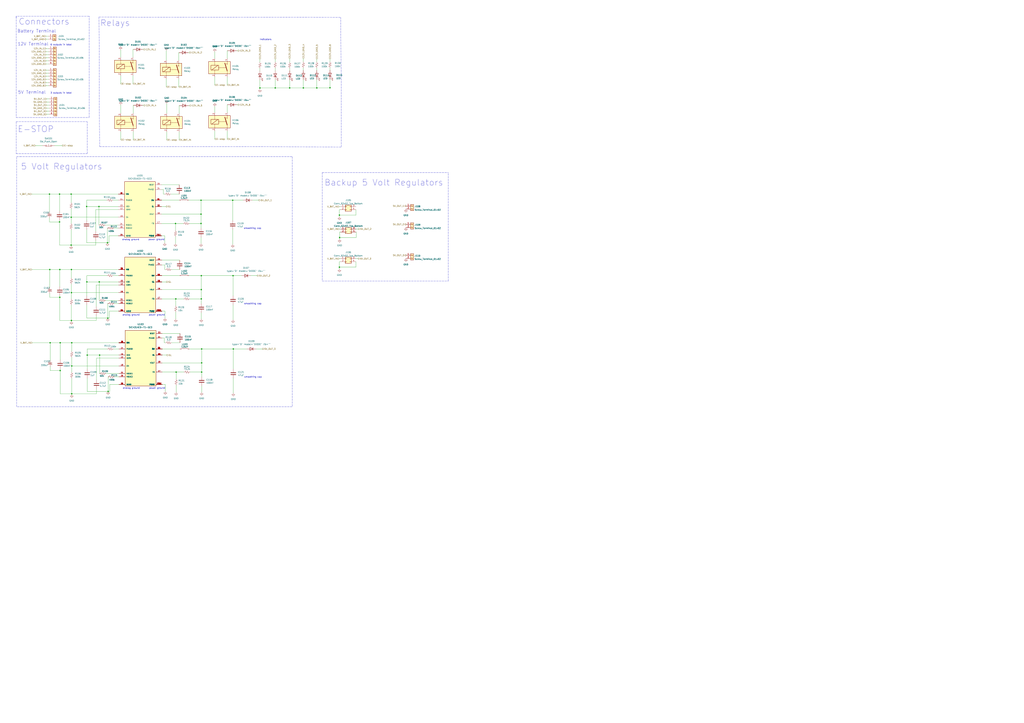
<source format=kicad_sch>
(kicad_sch (version 20211123) (generator eeschema)
  (paper "A1")
  (junction (at 48.895 159.512))
  (junction (at 278.765 176.784))
  (junction (at 144.145 183.642))
  (junction (at 191.135 164.592))
  (junction (at 278.765 219.583))
  (junction (at 58.42 201.422))
  (junction (at 49.149 221.488))
  (junction (at 49.149 244.348))
  (junction (at 58.42 159.512))
  (junction (at 165.608 305.816))
  (junction (at 41.148 281.686))
  (junction (at 165.354 245.618))
  (junction (at 58.42 178.562))
  (junction (at 213.487 72.263))
  (junction (at 81.28 169.672))
  (junction (at 165.354 237.998))
  (junction (at 40.894 221.488))
  (junction (at 144.399 245.618))
  (junction (at 165.1 183.642))
  (junction (at 88.519 261.493))
  (junction (at 249.174 72.263))
  (junction (at 226.06 72.263))
  (junction (at 88.773 321.691))
  (junction (at 260.223 72.263))
  (junction (at 165.608 298.196))
  (junction (at 71.12 169.672))
  (junction (at 144.653 305.816))
  (junction (at 88.265 199.517))
  (junction (at 165.1 164.592))
  (junction (at 49.403 304.546))
  (junction (at 81.534 231.648))
  (junction (at 278.892 195.199))
  (junction (at 58.928 323.596))
  (junction (at 81.788 291.846))
  (junction (at 191.643 286.766))
  (junction (at 165.354 226.568))
  (junction (at 49.403 281.686))
  (junction (at 58.928 300.736))
  (junction (at 191.389 226.568))
  (junction (at 58.674 240.538))
  (junction (at 58.674 221.488))
  (junction (at 271.018 72.136))
  (junction (at 165.1 176.022))
  (junction (at 237.871 72.263))
  (junction (at 48.895 182.372))
  (junction (at 71.374 231.648))
  (junction (at 40.64 159.512))
  (junction (at 58.674 263.398))
  (junction (at 58.928 281.686))
  (junction (at 71.628 291.846))
  (junction (at 165.608 286.766))
  (polyline (pts (xy 13.208 96.52) (xy 73.152 96.52)))
  (wire (pts (xy 278.765 219.583) (xy 278.765 220.98)))
  (wire (pts (xy 292.354 172.339) (xy 292.354 176.784)))
  (wire (pts (xy 213.487 72.263) (xy 213.487 73.152)))
  (wire (pts (xy 37.846 44.958) (xy 39.878 44.958)))
  (wire (pts (xy 48.895 201.422) (xy 58.42 201.422)))
  (wire (pts (xy 271.018 72.263) (xy 271.018 72.136)))
  (wire (pts (xy 135.255 159.512) (xy 134.239 159.512)))
  (wire (pts (xy 37.846 62.738) (xy 39.878 62.738)))
  (wire (pts (xy 48.895 182.372) (xy 48.895 181.102)))
  (wire (pts (xy 71.374 226.568) (xy 87.884 226.568)))
  (wire (pts (xy 249.174 65.405) (xy 249.174 72.263)))
  (wire (pts (xy 140.335 159.512) (xy 147.32 159.512)))
  (wire (pts (xy 155.575 183.642) (xy 165.1 183.642)))
  (wire (pts (xy 132.715 169.672) (xy 136.525 169.672)))
  (wire (pts (xy 165.354 226.568) (xy 165.354 237.998)))
  (polyline (pts (xy 13.208 13.716) (xy 13.208 96.52)))
  (wire (pts (xy 93.853 309.626) (xy 97.663 309.626)))
  (wire (pts (xy 93.599 249.428) (xy 97.409 249.428)))
  (wire (pts (xy 58.42 171.577) (xy 58.42 178.562)))
  (wire (pts (xy 26.543 281.686) (xy 41.148 281.686)))
  (wire (pts (xy 133.223 274.066) (xy 147.828 274.066)))
  (wire (pts (xy 79.248 323.596) (xy 58.928 323.596)))
  (wire (pts (xy 78.994 263.398) (xy 58.674 263.398)))
  (wire (pts (xy 191.389 226.568) (xy 191.389 243.078)))
  (wire (pts (xy 165.354 257.048) (xy 165.354 262.128)))
  (wire (pts (xy 191.389 250.698) (xy 191.389 262.763)))
  (wire (pts (xy 136.906 85.09) (xy 136.906 93.091)))
  (wire (pts (xy 41.148 301.371) (xy 41.148 304.546)))
  (wire (pts (xy 278.765 215.138) (xy 278.765 219.583)))
  (wire (pts (xy 89.789 255.778) (xy 89.789 261.493)))
  (wire (pts (xy 154.686 43.18) (xy 155.702 43.18)))
  (wire (pts (xy 191.135 188.722) (xy 191.135 200.787)))
  (wire (pts (xy 81.28 169.672) (xy 97.155 169.672)))
  (wire (pts (xy 146.812 64.77) (xy 146.812 71.374)))
  (wire (pts (xy 89.535 193.802) (xy 89.535 199.517)))
  (wire (pts (xy 49.149 221.488) (xy 49.149 235.458)))
  (wire (pts (xy 154.94 164.592) (xy 165.1 164.592)))
  (wire (pts (xy 278.765 176.784) (xy 292.354 176.784)))
  (wire (pts (xy 260.223 65.405) (xy 260.223 72.263)))
  (wire (pts (xy 165.608 298.196) (xy 133.223 298.196)))
  (wire (pts (xy 88.773 309.626) (xy 88.773 321.691)))
  (wire (pts (xy 135.255 193.802) (xy 135.255 199.517)))
  (polyline (pts (xy 264.668 231.013) (xy 368.173 231.013)))
  (wire (pts (xy 37.846 65.278) (xy 39.878 65.278)))
  (wire (pts (xy 176.403 42.672) (xy 176.403 48.006)))
  (wire (pts (xy 88.265 199.517) (xy 89.535 199.517)))
  (wire (pts (xy 97.663 315.976) (xy 90.043 315.976)))
  (wire (pts (xy 58.674 263.398) (xy 58.674 264.033)))
  (wire (pts (xy 71.12 169.672) (xy 81.28 169.672)))
  (wire (pts (xy 186.563 41.656) (xy 186.817 41.656)))
  (wire (pts (xy 249.174 55.88) (xy 249.174 57.785)))
  (wire (pts (xy 41.148 281.686) (xy 49.403 281.686)))
  (wire (pts (xy 37.846 67.818) (xy 39.878 67.818)))
  (wire (pts (xy 191.643 286.766) (xy 191.643 303.276)))
  (wire (pts (xy 210.312 286.766) (xy 215.646 286.766)))
  (polyline (pts (xy 73.152 13.208) (xy 13.208 13.208)))
  (wire (pts (xy 133.223 305.816) (xy 144.653 305.816)))
  (wire (pts (xy 48.895 159.512) (xy 58.42 159.512)))
  (wire (pts (xy 249.174 48.26) (xy 249.174 50.8)))
  (wire (pts (xy 58.928 281.686) (xy 97.663 281.686)))
  (wire (pts (xy 165.608 286.766) (xy 165.608 298.196)))
  (wire (pts (xy 99.187 108.204) (xy 99.187 114.808)))
  (wire (pts (xy 49.149 221.488) (xy 58.674 221.488)))
  (wire (pts (xy 165.1 176.022) (xy 132.715 176.022)))
  (wire (pts (xy 49.403 304.546) (xy 49.403 303.276)))
  (wire (pts (xy 86.614 246.888) (xy 97.409 246.888)))
  (wire (pts (xy 99.06 62.23) (xy 99.06 68.834)))
  (wire (pts (xy 165.354 245.618) (xy 165.354 237.998)))
  (wire (pts (xy 132.969 217.678) (xy 135.382 217.678)))
  (wire (pts (xy 71.628 310.896) (xy 71.628 321.691)))
  (wire (pts (xy 79.248 319.786) (xy 79.248 323.596)))
  (wire (pts (xy 58.674 240.538) (xy 58.674 245.618)))
  (wire (pts (xy 79.248 312.166) (xy 79.248 294.386)))
  (wire (pts (xy 109.22 40.64) (xy 109.601 40.64)))
  (wire (pts (xy 191.643 286.766) (xy 202.692 286.766)))
  (wire (pts (xy 58.674 221.488) (xy 58.674 228.473)))
  (wire (pts (xy 132.969 245.618) (xy 144.399 245.618)))
  (wire (pts (xy 237.871 48.26) (xy 237.871 51.054)))
  (wire (pts (xy 71.374 231.648) (xy 81.534 231.648)))
  (wire (pts (xy 78.74 201.422) (xy 58.42 201.422)))
  (wire (pts (xy 71.12 188.722) (xy 71.12 199.517)))
  (wire (pts (xy 132.969 226.568) (xy 147.574 226.568)))
  (wire (pts (xy 165.1 195.072) (xy 165.1 200.152)))
  (wire (pts (xy 155.829 245.618) (xy 165.354 245.618)))
  (polyline (pts (xy 13.589 128.778) (xy 16.637 128.778)))
  (wire (pts (xy 278.765 176.784) (xy 278.765 178.181)))
  (wire (pts (xy 71.12 164.592) (xy 87.63 164.592)))
  (wire (pts (xy 165.608 317.246) (xy 165.608 322.326)))
  (wire (pts (xy 78.74 172.212) (xy 97.155 172.212)))
  (wire (pts (xy 40.894 221.488) (xy 49.149 221.488)))
  (wire (pts (xy 132.969 213.868) (xy 147.574 213.868)))
  (wire (pts (xy 205.994 226.568) (xy 211.328 226.568)))
  (wire (pts (xy 135.763 315.976) (xy 135.763 321.691)))
  (polyline (pts (xy 81.788 120.396) (xy 280.416 120.777)))
  (wire (pts (xy 44.958 119.634) (xy 51.308 119.634)))
  (polyline (pts (xy 280.416 120.777) (xy 279.908 14.351)))
  (wire (pts (xy 147.066 93.091) (xy 147.066 86.741)))
  (wire (pts (xy 194.437 41.656) (xy 195.453 41.656)))
  (wire (pts (xy 29.21 119.634) (xy 34.798 119.634)))
  (wire (pts (xy 58.928 281.686) (xy 58.928 288.671)))
  (wire (pts (xy 249.174 72.263) (xy 237.871 72.263)))
  (polyline (pts (xy 81.28 13.97) (xy 279.908 14.351)))
  (wire (pts (xy 165.354 245.618) (xy 165.354 249.428)))
  (wire (pts (xy 226.06 48.641) (xy 226.06 50.927)))
  (wire (pts (xy 144.399 256.413) (xy 144.399 262.128)))
  (wire (pts (xy 40.894 221.488) (xy 40.894 236.093)))
  (wire (pts (xy 86.36 184.912) (xy 97.155 184.912)))
  (polyline (pts (xy 16.383 128.778) (xy 239.903 128.778)))
  (wire (pts (xy 78.994 251.968) (xy 78.994 234.188)))
  (wire (pts (xy 207.264 164.592) (xy 212.598 164.592)))
  (wire (pts (xy 92.964 226.568) (xy 97.409 226.568)))
  (wire (pts (xy 191.389 226.568) (xy 198.374 226.568)))
  (wire (pts (xy 155.448 286.766) (xy 165.608 286.766)))
  (wire (pts (xy 134.239 159.512) (xy 134.239 155.702)))
  (wire (pts (xy 97.409 255.778) (xy 89.789 255.778)))
  (wire (pts (xy 278.892 195.199) (xy 292.481 195.199)))
  (wire (pts (xy 144.399 245.618) (xy 144.399 251.333)))
  (wire (pts (xy 155.194 226.568) (xy 165.354 226.568)))
  (wire (pts (xy 71.12 181.102) (xy 71.12 169.672)))
  (wire (pts (xy 279.654 172.339) (xy 278.765 172.339)))
  (wire (pts (xy 165.1 164.592) (xy 165.1 176.022)))
  (wire (pts (xy 78.994 259.588) (xy 78.994 263.398)))
  (wire (pts (xy 40.64 179.197) (xy 40.64 182.372)))
  (wire (pts (xy 81.28 184.912) (xy 81.28 169.672)))
  (wire (pts (xy 135.001 277.876) (xy 133.223 277.876)))
  (wire (pts (xy 58.928 310.896) (xy 58.928 323.596)))
  (wire (pts (xy 136.906 108.331) (xy 136.906 114.935)))
  (wire (pts (xy 38.354 88.9) (xy 40.386 88.9)))
  (wire (pts (xy 26.035 159.512) (xy 40.64 159.512)))
  (wire (pts (xy 213.487 72.263) (xy 226.06 72.263)))
  (wire (pts (xy 48.895 159.512) (xy 48.895 173.482)))
  (wire (pts (xy 58.928 323.596) (xy 58.928 324.231)))
  (wire (pts (xy 78.994 234.188) (xy 97.409 234.188)))
  (wire (pts (xy 226.06 56.007) (xy 226.06 57.912)))
  (wire (pts (xy 194.437 86.106) (xy 195.453 86.106)))
  (wire (pts (xy 147.066 108.331) (xy 147.066 114.935)))
  (wire (pts (xy 40.64 159.512) (xy 40.64 174.117)))
  (wire (pts (xy 37.846 47.498) (xy 39.878 47.498)))
  (wire (pts (xy 58.928 300.736) (xy 97.663 300.736)))
  (wire (pts (xy 71.628 321.691) (xy 88.773 321.691)))
  (wire (pts (xy 71.374 243.078) (xy 71.374 231.648)))
  (wire (pts (xy 71.374 261.493) (xy 88.519 261.493)))
  (wire (pts (xy 165.608 305.816) (xy 165.608 309.626)))
  (wire (pts (xy 176.403 107.696) (xy 176.403 114.3)))
  (polyline (pts (xy 13.208 126.238) (xy 71.628 126.238)))
  (wire (pts (xy 135.509 255.778) (xy 135.509 261.493)))
  (wire (pts (xy 58.928 300.736) (xy 58.928 305.816)))
  (wire (pts (xy 117.221 40.64) (xy 118.11 40.64)))
  (wire (pts (xy 226.06 72.263) (xy 226.06 65.532)))
  (wire (pts (xy 271.018 55.753) (xy 271.018 57.658)))
  (wire (pts (xy 292.354 212.598) (xy 294.259 212.598)))
  (wire (pts (xy 165.354 237.998) (xy 132.969 237.998)))
  (wire (pts (xy 71.12 199.517) (xy 88.265 199.517)))
  (wire (pts (xy 144.653 305.816) (xy 144.653 311.531)))
  (wire (pts (xy 93.345 187.452) (xy 97.155 187.452)))
  (polyline (pts (xy 13.208 100.076) (xy 71.628 100.076)))
  (wire (pts (xy 93.218 286.766) (xy 97.663 286.766)))
  (wire (pts (xy 86.868 307.086) (xy 97.663 307.086)))
  (wire (pts (xy 136.652 41.529) (xy 136.652 49.53)))
  (wire (pts (xy 40.894 244.348) (xy 49.149 244.348)))
  (wire (pts (xy 186.563 92.456) (xy 186.563 86.106)))
  (wire (pts (xy 144.145 183.642) (xy 144.145 189.357)))
  (wire (pts (xy 58.928 293.751) (xy 58.928 300.736)))
  (wire (pts (xy 144.653 305.816) (xy 151.003 305.816)))
  (wire (pts (xy 26.289 221.488) (xy 40.894 221.488)))
  (wire (pts (xy 191.135 164.592) (xy 199.644 164.592)))
  (wire (pts (xy 38.354 86.36) (xy 40.386 86.36)))
  (wire (pts (xy 136.652 64.77) (xy 136.652 71.374)))
  (polyline (pts (xy 264.668 141.732) (xy 368.173 141.732)))
  (wire (pts (xy 132.715 193.802) (xy 135.255 193.802)))
  (wire (pts (xy 37.719 32.258) (xy 39.624 32.258)))
  (wire (pts (xy 292.481 188.214) (xy 294.386 188.214)))
  (wire (pts (xy 49.403 281.686) (xy 58.928 281.686)))
  (wire (pts (xy 147.066 86.741) (xy 147.32 86.741)))
  (wire (pts (xy 135.001 281.686) (xy 135.001 277.876)))
  (wire (pts (xy 49.149 244.348) (xy 49.149 243.078)))
  (polyline (pts (xy 13.208 13.208) (xy 13.208 14.732)))
  (wire (pts (xy 135.89 281.686) (xy 135.001 281.686)))
  (wire (pts (xy 71.628 303.276) (xy 71.628 291.846)))
  (wire (pts (xy 186.563 63.246) (xy 186.563 69.85)))
  (wire (pts (xy 58.42 188.722) (xy 58.42 201.422)))
  (wire (pts (xy 132.715 155.702) (xy 134.239 155.702)))
  (wire (pts (xy 109.347 86.614) (xy 109.601 86.614)))
  (wire (pts (xy 37.846 52.578) (xy 39.878 52.578)))
  (wire (pts (xy 37.846 60.198) (xy 39.878 60.198)))
  (wire (pts (xy 156.083 305.816) (xy 165.608 305.816)))
  (wire (pts (xy 117.221 86.614) (xy 118.237 86.614)))
  (wire (pts (xy 186.563 107.696) (xy 186.563 114.3)))
  (wire (pts (xy 165.1 183.642) (xy 165.1 176.022)))
  (wire (pts (xy 292.481 190.754) (xy 292.481 195.199)))
  (wire (pts (xy 41.148 304.546) (xy 49.403 304.546)))
  (wire (pts (xy 133.223 315.976) (xy 135.763 315.976)))
  (wire (pts (xy 78.74 189.992) (xy 78.74 172.212)))
  (wire (pts (xy 49.403 281.686) (xy 49.403 295.656)))
  (wire (pts (xy 146.812 49.53) (xy 146.812 43.18)))
  (wire (pts (xy 58.42 159.512) (xy 97.155 159.512)))
  (wire (pts (xy 81.788 291.846) (xy 97.663 291.846)))
  (wire (pts (xy 191.643 310.896) (xy 191.643 322.961)))
  (wire (pts (xy 71.374 250.698) (xy 71.374 261.493)))
  (wire (pts (xy 144.653 316.611) (xy 144.653 322.326)))
  (wire (pts (xy 260.223 72.263) (xy 271.018 72.263)))
  (wire (pts (xy 278.765 172.339) (xy 278.765 176.784)))
  (wire (pts (xy 58.42 178.562) (xy 58.42 183.642)))
  (wire (pts (xy 213.487 56.134) (xy 213.487 58.039)))
  (wire (pts (xy 109.22 46.99) (xy 109.22 40.64)))
  (wire (pts (xy 71.12 169.672) (xy 71.12 164.592)))
  (wire (pts (xy 144.399 245.618) (xy 150.749 245.618)))
  (wire (pts (xy 37.846 42.418) (xy 39.878 42.418)))
  (wire (pts (xy 186.563 48.006) (xy 186.563 41.656)))
  (wire (pts (xy 135.382 221.488) (xy 135.89 221.488)))
  (wire (pts (xy 135.382 217.678) (xy 135.382 221.488)))
  (wire (pts (xy 260.223 48.641) (xy 260.223 50.8)))
  (polyline (pts (xy 71.628 126.238) (xy 71.628 100.076)))
  (wire (pts (xy 176.403 87.503) (xy 176.403 92.456)))
  (wire (pts (xy 278.892 190.754) (xy 278.892 195.199)))
  (wire (pts (xy 140.97 281.686) (xy 147.828 281.686)))
  (wire (pts (xy 48.895 182.372) (xy 48.895 201.422)))
  (wire (pts (xy 58.42 178.562) (xy 97.155 178.562)))
  (wire (pts (xy 132.715 164.592) (xy 147.32 164.592)))
  (wire (pts (xy 58.674 221.488) (xy 97.409 221.488)))
  (wire (pts (xy 49.403 304.546) (xy 49.403 323.596)))
  (wire (pts (xy 146.812 43.18) (xy 147.066 43.18)))
  (wire (pts (xy 154.94 86.741) (xy 155.956 86.741)))
  (wire (pts (xy 271.018 65.278) (xy 271.018 72.136)))
  (wire (pts (xy 37.846 57.658) (xy 39.878 57.658)))
  (wire (pts (xy 90.043 315.976) (xy 90.043 321.691)))
  (wire (pts (xy 49.149 263.398) (xy 58.674 263.398)))
  (wire (pts (xy 40.64 182.372) (xy 48.895 182.372)))
  (wire (pts (xy 191.135 164.592) (xy 191.135 181.102)))
  (wire (pts (xy 99.187 86.233) (xy 99.187 92.964)))
  (wire (pts (xy 165.608 286.766) (xy 191.643 286.766)))
  (wire (pts (xy 109.22 62.23) (xy 109.22 68.834)))
  (polyline (pts (xy 13.589 334.264) (xy 13.589 128.778)))
  (wire (pts (xy 38.354 93.98) (xy 40.386 93.98)))
  (polyline (pts (xy 368.173 231.013) (xy 368.173 141.732)))
  (wire (pts (xy 88.265 187.452) (xy 88.265 199.517)))
  (wire (pts (xy 71.628 291.846) (xy 81.788 291.846)))
  (wire (pts (xy 40.64 159.512) (xy 48.895 159.512)))
  (wire (pts (xy 97.155 193.802) (xy 89.535 193.802)))
  (wire (pts (xy 271.018 48.514) (xy 271.018 50.673)))
  (wire (pts (xy 37.846 70.358) (xy 39.878 70.358)))
  (wire (pts (xy 81.534 246.888) (xy 81.534 231.648)))
  (wire (pts (xy 165.1 164.592) (xy 191.135 164.592)))
  (wire (pts (xy 133.223 291.846) (xy 137.033 291.846)))
  (wire (pts (xy 132.969 255.778) (xy 135.509 255.778)))
  (wire (pts (xy 88.519 249.428) (xy 88.519 261.493)))
  (wire (pts (xy 58.674 233.553) (xy 58.674 240.538)))
  (wire (pts (xy 81.788 307.086) (xy 81.788 291.846)))
  (wire (pts (xy 40.894 241.173) (xy 40.894 244.348)))
  (wire (pts (xy 237.871 56.134) (xy 237.871 58.039)))
  (wire (pts (xy 144.145 194.437) (xy 144.145 200.152)))
  (wire (pts (xy 237.871 65.659) (xy 237.871 72.263)))
  (wire (pts (xy 292.354 215.138) (xy 292.354 219.583)))
  (wire (pts (xy 132.715 183.642) (xy 144.145 183.642)))
  (wire (pts (xy 71.374 231.648) (xy 71.374 226.568)))
  (wire (pts (xy 176.403 63.246) (xy 176.403 69.85)))
  (wire (pts (xy 278.765 219.583) (xy 292.354 219.583)))
  (polyline (pts (xy 264.668 141.732) (xy 264.668 231.013)))
  (wire (pts (xy 140.97 221.488) (xy 147.574 221.488)))
  (wire (pts (xy 278.765 188.214) (xy 279.781 188.214)))
  (wire (pts (xy 165.1 183.642) (xy 165.1 187.452)))
  (wire (pts (xy 133.223 286.766) (xy 147.828 286.766)))
  (wire (pts (xy 213.487 65.659) (xy 213.487 72.263)))
  (wire (pts (xy 278.638 212.598) (xy 279.654 212.598)))
  (wire (pts (xy 38.354 91.44) (xy 40.386 91.44)))
  (wire (pts (xy 237.871 72.263) (xy 226.06 72.263)))
  (wire (pts (xy 71.628 286.766) (xy 88.138 286.766)))
  (wire (pts (xy 279.654 215.138) (xy 278.765 215.138)))
  (wire (pts (xy 58.674 250.698) (xy 58.674 263.398)))
  (wire (pts (xy 88.773 321.691) (xy 90.043 321.691)))
  (wire (pts (xy 49.149 244.348) (xy 49.149 263.398)))
  (wire (pts (xy 144.145 183.642) (xy 150.495 183.642)))
  (polyline (pts (xy 239.903 334.264) (xy 13.589 334.264)))
  (wire (pts (xy 92.71 164.592) (xy 97.155 164.592)))
  (wire (pts (xy 79.248 294.386) (xy 97.663 294.386)))
  (wire (pts (xy 41.148 281.686) (xy 41.148 296.291)))
  (wire (pts (xy 186.563 86.106) (xy 186.817 86.106)))
  (wire (pts (xy 278.638 169.799) (xy 279.654 169.799)))
  (wire (pts (xy 38.354 83.82) (xy 40.386 83.82)))
  (wire (pts (xy 165.354 226.568) (xy 191.389 226.568)))
  (wire (pts (xy 88.519 261.493) (xy 89.789 261.493)))
  (polyline (pts (xy 239.903 128.778) (xy 239.903 334.264)))
  (wire (pts (xy 38.354 81.28) (xy 40.386 81.28)))
  (wire (pts (xy 260.223 72.263) (xy 249.174 72.263)))
  (wire (pts (xy 37.846 50.038) (xy 39.878 50.038)))
  (wire (pts (xy 49.403 323.596) (xy 58.928 323.596)))
  (polyline (pts (xy 13.208 100.076) (xy 13.208 126.238)))
  (wire (pts (xy 99.06 41.021) (xy 99.06 46.99)))
  (wire (pts (xy 109.347 108.204) (xy 109.347 114.808)))
  (polyline (pts (xy 81.28 13.97) (xy 81.788 120.396)))
  (wire (pts (xy 37.719 29.718) (xy 39.624 29.718)))
  (wire (pts (xy 71.628 291.846) (xy 71.628 286.766)))
  (wire (pts (xy 132.969 231.648) (xy 136.779 231.648)))
  (wire (pts (xy 81.534 231.648) (xy 97.409 231.648)))
  (polyline (pts (xy 73.152 96.52) (xy 73.152 13.208)))
  (wire (pts (xy 165.608 305.816) (xy 165.608 298.196)))
  (wire (pts (xy 109.347 92.964) (xy 109.347 86.614)))
  (wire (pts (xy 279.781 190.754) (xy 278.892 190.754)))
  (wire (pts (xy 78.74 197.612) (xy 78.74 201.422)))
  (wire (pts (xy 58.42 159.512) (xy 58.42 166.497)))
  (wire (pts (xy 260.223 55.88) (xy 260.223 57.785)))
  (wire (pts (xy 278.892 195.199) (xy 278.892 196.596)))
  (wire (pts (xy 58.42 201.422) (xy 58.42 202.057)))
  (wire (pts (xy 213.487 51.054) (xy 213.487 48.641)))
  (wire (pts (xy 58.674 240.538) (xy 97.409 240.538)))
  (wire (pts (xy 132.715 151.892) (xy 147.32 151.892)))
  (wire (pts (xy 37.846 39.878) (xy 39.878 39.878)))
  (text "power ground" (at 122.174 259.588 0) (effects (font (size 1.27 1.27)) (justify left bottom)))
  (text "smoothing cap" (at 200.66 310.642 0) (effects (font (size 1.27 1.27)) (justify left bottom)))
  (text "5 Volt Regulators" (at 17.145 139.954 0) (effects (font (size 5 5)) (justify left bottom)))
  (text "3 outputs in total" (at 41.402 77.216 0) (effects (font (size 1.27 1.27)) (justify left bottom)))
  (text "Battery Terminal\n" (at 14.224 27.178 0) (effects (font (size 2.54 2.54)) (justify left bottom)))
  (text "smoothing cap" (at 200.406 250.444 0) (effects (font (size 1.27 1.27)) (justify left bottom)))
  (text "power ground" (at 122.428 319.786 0) (effects (font (size 1.27 1.27)) (justify left bottom)))
  (text "5V Terminal" (at 14.732 77.47 0) (effects (font (size 2.54 2.54)) (justify left bottom)))
  (text "analog ground" (at 100.33 197.612 0) (effects (font (size 1.27 1.27)) (justify left bottom)))
  (text "Backup 5 Volt Regulators" (at 266.446 153.162 0) (effects (font (size 5 5)) (justify left bottom)))
  (text "E-STOP" (at 14.478 109.22 0) (effects (font (size 5 5)) (justify left bottom)))
  (text "power ground" (at 121.92 197.612 0) (effects (font (size 1.27 1.27)) (justify left bottom)))
  (text "6 outputs in total" (at 41.402 37.592 0) (effects (font (size 1.27 1.27)) (justify left bottom)))
  (text "analog ground" (at 100.838 319.786 0) (effects (font (size 1.27 1.27)) (justify left bottom)))
  (text "analog ground" (at 100.584 259.588 0) (effects (font (size 1.27 1.27)) (justify left bottom)))
  (text "Relays" (at 82.296 21.971 0) (effects (font (size 5 5)) (justify left bottom)))
  (text "Indicators" (at 213.36 33.274 0) (effects (font (size 1.27 1.27)) (justify left bottom)))
  (text "smoothing cap" (at 200.152 188.468 0) (effects (font (size 1.27 1.27)) (justify left bottom)))
  (text "12V Terminal" (at 14.478 37.846 0) (effects (font (size 2.54 2.54)) (justify left bottom)))
  (text "Connectors" (at 15.24 20.828 0) (effects (font (size 5 5)) (justify left bottom)))
  (hierarchical_label "V_BAT_IN" (shape input) (at 186.563 69.85 0))
  (hierarchical_label "12V_GND_3" (shape input) (at 37.846 52.578 180))
  (hierarchical_label "5V_OUT_1" (shape input) (at 38.354 81.28 180))
  (hierarchical_label "12V_IN_2" (shape output) (at 155.702 43.18 0))
  (hierarchical_label "V_BAT_IN" (shape input) (at 278.638 212.598 180))
  (hierarchical_label "12V_IN_4" (shape output) (at 118.237 86.614 0))
  (hierarchical_label "5V_OUT_3" (shape output) (at 333.375 209.804 180))
  (hierarchical_label "V_BAT_IN" (shape input) (at 186.563 114.3 0))
  (hierarchical_label "5V_OUT_2" (shape output) (at 333.375 184.404 180))
  (hierarchical_label "GL" (shape output) (at 136.525 169.672 0))
  (hierarchical_label "E-stop" (shape input) (at 136.906 114.935 0))
  (hierarchical_label "5V_GND_2" (shape input) (at 38.354 88.9 180))
  (hierarchical_label "12V_GND_3" (shape input) (at 237.871 48.26 90))
  (hierarchical_label "12V_IN_4" (shape input) (at 37.846 57.658 180))
  (hierarchical_label "12V_IN_3" (shape input) (at 37.846 50.038 180))
  (hierarchical_label "E-stop" (shape input) (at 176.403 69.85 0))
  (hierarchical_label "V_BAT_IN" (shape input) (at 29.21 119.634 180))
  (hierarchical_label "12V_GND_2" (shape input) (at 37.846 47.498 180))
  (hierarchical_label "5V_OUT_1" (shape output) (at 333.375 169.291 180))
  (hierarchical_label "12V_IN_1" (shape input) (at 37.846 39.878 180))
  (hierarchical_label "12V_GND_1" (shape input) (at 213.487 48.641 90))
  (hierarchical_label "12V_GND_6" (shape input) (at 271.018 48.514 90))
  (hierarchical_label "V_BAT_IN" (shape input) (at 147.066 114.935 0))
  (hierarchical_label "E-stop" (shape input) (at 176.403 114.3 0))
  (hierarchical_label "12V_IN_6" (shape output) (at 195.453 86.106 0))
  (hierarchical_label "12V_IN_3" (shape output) (at 195.453 41.656 0))
  (hierarchical_label "5V_GND_3" (shape input) (at 38.354 93.98 180))
  (hierarchical_label "V_BAT_GND" (shape output) (at 37.719 32.258 180))
  (hierarchical_label "12V_GND_5" (shape input) (at 260.223 48.641 90))
  (hierarchical_label "12V_IN_2" (shape input) (at 37.846 44.958 180))
  (hierarchical_label "V_BAT_IN" (shape input) (at 278.638 169.799 180))
  (hierarchical_label "V_BAT_IN" (shape input) (at 26.543 281.686 180))
  (hierarchical_label "5V_OUT_1" (shape output) (at 212.598 164.592 0))
  (hierarchical_label "V_BAT_IN" (shape input) (at 26.035 159.512 180))
  (hierarchical_label "12V_IN_5" (shape input) (at 37.846 62.738 180))
  (hierarchical_label "V_BAT_IN" (shape input) (at 278.765 188.214 180))
  (hierarchical_label "E-stop" (shape input) (at 99.187 114.808 0))
  (hierarchical_label "12V_IN_6" (shape input) (at 37.846 67.818 180))
  (hierarchical_label "V_BAT_IN" (shape input) (at 26.289 221.488 180))
  (hierarchical_label "5V_OUT_2" (shape output) (at 211.328 226.568 0))
  (hierarchical_label "12V_GND_1" (shape input) (at 37.846 42.418 180))
  (hierarchical_label "V_BAT_IN" (shape input) (at 37.719 29.718 180))
  (hierarchical_label "GL" (shape output) (at 137.033 291.846 0))
  (hierarchical_label "12V_IN_1" (shape output) (at 118.11 40.64 0))
  (hierarchical_label "12V_GND_4" (shape input) (at 249.174 48.26 90))
  (hierarchical_label "E-stop" (shape output) (at 51.308 119.634 0))
  (hierarchical_label "5V_OUT_3" (shape input) (at 38.354 91.44 180))
  (hierarchical_label "12V_GND_5" (shape input) (at 37.846 65.278 180))
  (hierarchical_label "5V_OUT_3" (shape output) (at 294.259 212.598 0))
  (hierarchical_label "5V_OUT_2" (shape input) (at 38.354 86.36 180))
  (hierarchical_label "V_BAT_IN" (shape input) (at 109.22 68.834 0))
  (hierarchical_label "12V_GND_6" (shape input) (at 37.846 70.358 180))
  (hierarchical_label "V_BAT_IN" (shape input) (at 146.812 71.374 0))
  (hierarchical_label "5V_OUT_2" (shape output) (at 294.386 188.214 0))
  (hierarchical_label "12V_IN_5" (shape output) (at 155.956 86.741 0))
  (hierarchical_label "E-stop" (shape input) (at 136.652 71.374 0))
  (hierarchical_label "5V_OUT_3" (shape output) (at 215.646 286.766 0))
  (hierarchical_label "E-stop" (shape input) (at 99.06 68.834 0))
  (hierarchical_label "V_BAT_IN" (shape input) (at 109.347 114.808 0))
  (hierarchical_label "5V_GND_1" (shape input) (at 38.354 83.82 180))
  (hierarchical_label "12V_GND_2" (shape input) (at 226.06 48.641 90))
  (hierarchical_label "12V_GND_4" (shape input) (at 37.846 60.198 180))
  (hierarchical_label "GL" (shape output) (at 136.779 231.648 0))
  (symbol (lib_id "Simulation_SPICE:DIODE") (at 113.411 86.614 0) (unit 1)
    (property "Reference" "D102" (at 113.411 80.264 0))
    (property "Value" "DIODE" (at 113.411 82.804 0))
    (property "Footprint" "Package_TO_SOT_SMD:TO-263-2" (effects hide))
    (property "Datasheet" "https://www.vishay.com/docs/95730/vs-19tq015s-m3.pdf" (effects hide))
    (property "Spice_Netlist_Enabled" "Y" (effects hide))
    (property "Spice_Primitive" "D" (effects hide))
  )
  (symbol (lib_id "Device:R_Small_US") (at 90.678 286.766 90) (unit 1)
    (property "Reference" "R112" (at 88.138 284.226 90))
    (property "Value" "100k" (at 93.218 284.861 90))
    (property "Footprint" "Resistor_SMD:R_0805_2012Metric" (effects hide))
  )
  (symbol (lib_id "Device:R_Small_US") (at 260.223 53.34 0) (unit 1)
    (property "Reference" "R129" (at 264.033 52.0699 0) (effects (justify left)))
    (property "Value" "100k" (at 264.033 54.6099 0) (effects (justify left)))
    (property "Footprint" "Resistor_SMD:R_0805_2012Metric_Pad1.20x1.40mm_HandSolder" (effects hide))
  )
  (symbol (lib_id "Simulation_SPICE:DIODE") (at 190.627 41.656 0) (unit 1)
    (property "Reference" "D105" (at 190.627 35.306 0))
    (property "Value" "DIODE" (at 190.627 37.846 0))
    (property "Footprint" "Package_TO_SOT_SMD:TO-263-2" (effects hide))
    (property "Datasheet" "https://www.vishay.com/docs/95730/vs-19tq015s-m3.pdf" (effects hide))
    (property "Spice_Netlist_Enabled" "Y" (effects hide))
    (property "Spice_Primitive" "D" (effects hide))
  )
  (symbol (lib_id "Connector:Screw_Terminal_01x02") (at 338.455 209.804 0) (unit 1)
    (property "Reference" "J110" (at 340.487 210.1655 0) (effects (justify left)))
    (property "Value" "Screw_Terminal_01x02" (at 340.487 212.9406 0) (effects (justify left)))
    (property "Footprint" "Connector_PinHeader_2.54mm:PinHeader_1x02_P2.54mm_Vertical" (effects hide))
  )
  (symbol (lib_id "power:GND") (at 88.265 199.517 0) (unit 1)
    (property "Reference" "#PWR0104" (effects hide))
    (property "Value" "GND" (at 88.265 204.597 0))
  )
  (symbol (lib_id "Simulation_SPICE:DIODE") (at 113.411 40.64 0) (unit 1)
    (property "Reference" "D101" (at 113.411 34.29 0))
    (property "Value" "DIODE" (at 113.411 36.83 0))
    (property "Footprint" "Package_TO_SOT_SMD:TO-263-2" (effects hide))
    (property "Datasheet" "https://www.vishay.com/docs/95730/vs-19tq015s-m3.pdf" (effects hide))
    (property "Spice_Netlist_Enabled" "Y" (effects hide))
    (property "Spice_Primitive" "D" (effects hide))
  )
  (symbol (lib_id "power:GND") (at 165.608 322.326 0) (unit 1)
    (property "Reference" "#PWR0123" (effects hide))
    (property "Value" "GND" (at 165.608 327.406 0))
  )
  (symbol (lib_id "Device:R_Small_US") (at 58.928 291.211 0) (unit 1)
    (property "Reference" "R105" (at 61.468 289.9409 0) (effects (justify left)))
    (property "Value" "562k" (at 61.468 292.4809 0) (effects (justify left)))
    (property "Footprint" "Resistor_SMD:R_0805_2012Metric" (effects hide))
  )
  (symbol (lib_id "Device:L") (at 151.638 286.766 90) (unit 1)
    (property "Reference" "L103" (at 151.638 282.956 90))
    (property "Value" "1.5uH" (at 151.638 284.861 90))
    (property "Footprint" "Inductor_SMD:L_Vishay_IHLP-5050" (effects hide))
    (property "Datasheet" "https://www.vishay.com/docs/34123/ihlp-5050fd-01.pdf" (effects hide))
  )
  (symbol (lib_id "Device:C") (at 147.32 155.702 0) (unit 1)
    (property "Reference" "C113" (at 151.13 154.4319 0) (effects (justify left)))
    (property "Value" "100nF" (at 151.13 156.9719 0) (effects (justify left)))
    (property "Footprint" "Capacitor_SMD:C_0805_2012Metric" (effects hide))
  )
  (symbol (lib_id "Device:R_Small_US") (at 91.313 309.626 90) (unit 1)
    (property "Reference" "R115" (at 93.853 308.356 90))
    (property "Value" "499k" (at 91.948 312.166 90))
    (property "Footprint" "Resistor_SMD:R_0805_2012Metric" (effects hide))
  )
  (symbol (lib_id "power:GND") (at 136.652 41.529 180) (unit 1)
    (property "Reference" "#PWR0112" (effects hide))
    (property "Value" "GND" (at 136.652 36.957 0))
  )
  (symbol (lib_id "Simulation_SPICE:DIODE") (at 151.13 86.741 0) (unit 1)
    (property "Reference" "D104" (at 151.13 80.391 0))
    (property "Value" "DIODE" (at 151.13 82.931 0))
    (property "Footprint" "Package_TO_SOT_SMD:TO-263-2" (effects hide))
    (property "Datasheet" "https://www.vishay.com/docs/95730/vs-19tq015s-m3.pdf" (effects hide))
    (property "Spice_Netlist_Enabled" "Y" (effects hide))
    (property "Spice_Primitive" "D" (effects hide))
  )
  (symbol (lib_id "Device:C") (at 165.1 191.262 0) (unit 1)
    (property "Reference" "C116" (at 168.91 189.9919 0) (effects (justify left)))
    (property "Value" "100nF" (at 168.91 192.5319 0) (effects (justify left)))
    (property "Footprint" "Capacitor_SMD:C_0805_2012Metric" (effects hide))
  )
  (symbol (lib_id "Device:R_Small_US") (at 144.145 191.897 0) (unit 1)
    (property "Reference" "R119" (at 146.05 190.6269 0) (effects (justify left)))
    (property "Value" "10k" (at 146.05 193.1669 0) (effects (justify left)))
    (property "Footprint" "Resistor_SMD:R_0805_2012Metric" (effects hide))
  )
  (symbol (lib_id "Device:R_Small_US") (at 226.06 53.467 0) (unit 1)
    (property "Reference" "R126" (at 229.87 52.1969 0) (effects (justify left)))
    (property "Value" "100k" (at 229.87 54.7369 0) (effects (justify left)))
    (property "Footprint" "Resistor_SMD:R_0805_2012Metric_Pad1.20x1.40mm_HandSolder" (effects hide))
  )
  (symbol (lib_id "Device:R_Small_US") (at 153.543 305.816 90) (unit 1)
    (property "Reference" "R124" (at 153.543 301.371 90))
    (property "Value" "73.2k" (at 153.543 303.276 90))
    (property "Footprint" "Resistor_SMD:R_0805_2012Metric" (effects hide))
  )
  (symbol (lib_id "Device:R_Small_US") (at 58.928 308.356 0) (unit 1)
    (property "Reference" "R106" (at 61.468 307.0859 0) (effects (justify left)))
    (property "Value" "309k" (at 61.468 309.6259 0) (effects (justify left)))
    (property "Footprint" "Resistor_SMD:R_0805_2012Metric" (effects hide))
  )
  (symbol (lib_id "power:GND") (at 136.906 85.09 180) (unit 1)
    (property "Reference" "#PWR0113" (effects hide))
    (property "Value" "GND" (at 136.906 80.518 0))
  )
  (symbol (lib_id "Device:R_Small_US") (at 153.035 183.642 90) (unit 1)
    (property "Reference" "R122" (at 153.035 179.197 90))
    (property "Value" "73.2k" (at 153.035 181.102 90))
    (property "Footprint" "Resistor_SMD:R_0805_2012Metric" (effects hide))
  )
  (symbol (lib_id "Device:R_Small_US") (at 58.42 169.037 0) (unit 1)
    (property "Reference" "R101" (at 60.96 167.7669 0) (effects (justify left)))
    (property "Value" "562k" (at 60.96 170.3069 0) (effects (justify left)))
    (property "Footprint" "Resistor_SMD:R_0805_2012Metric" (effects hide))
  )
  (symbol (lib_id "Device:C") (at 49.149 239.268 0) (unit 1)
    (property "Reference" "C105" (at 51.689 237.998 0) (effects (justify left)))
    (property "Value" "100nF" (at 51.689 240.538 0) (effects (justify left)))
    (property "Footprint" "Capacitor_SMD:C_0805_2012Metric" (effects hide))
  )
  (symbol (lib_id "power:GND") (at 99.06 41.021 180) (unit 1)
    (property "Reference" "#PWR0107" (effects hide))
    (property "Value" "GND" (at 99.06 36.449 0))
  )
  (symbol (lib_id "power:GND") (at 176.403 42.672 180) (unit 1)
    (property "Reference" "#PWR0120" (effects hide))
    (property "Value" "GND" (at 176.403 38.1 0))
  )
  (symbol (lib_id "Device:LED") (at 226.06 61.722 90) (unit 1)
    (property "Reference" "D111" (at 231.14 62.0394 90) (effects (justify right)))
    (property "Value" "LED" (at 231.14 64.5794 90) (effects (justify right)))
    (property "Footprint" "LED_SMD:LED_0805_2012Metric_Pad1.15x1.40mm_HandSolder" (effects hide))
  )
  (symbol (lib_id "Connector:Screw_Terminal_01x02") (at 44.704 29.718 0) (unit 1)
    (property "Reference" "J101" (at 47.879 29.7179 0) (effects (justify left)))
    (property "Value" "Screw_Terminal_01x02" (at 47.879 32.2579 0) (effects (justify left)))
    (property "Footprint" "power_board_support:TE_1986660-2" (effects hide))
    (property "Datasheet" "https://www.digikey.com/en/products/detail/te-connectivity-amp-connectors/1986660-2/4021603" (effects hide))
  )
  (symbol (lib_id "Device:R_Small_US") (at 271.018 53.213 0) (unit 1)
    (property "Reference" "R130" (at 274.828 51.9429 0) (effects (justify left)))
    (property "Value" "100k" (at 274.828 54.4829 0) (effects (justify left)))
    (property "Footprint" "Resistor_SMD:R_0805_2012Metric_Pad1.20x1.40mm_HandSolder" (effects hide))
  )
  (symbol (lib_id "Device:C") (at 165.354 253.238 0) (unit 1)
    (property "Reference" "C117" (at 169.164 251.9679 0) (effects (justify left)))
    (property "Value" "100nF" (at 169.164 254.5079 0) (effects (justify left)))
    (property "Footprint" "Capacitor_SMD:C_0805_2012Metric" (effects hide))
  )
  (symbol (lib_id "power:GND") (at 88.519 261.493 0) (unit 1)
    (property "Reference" "#PWR0105" (effects hide))
    (property "Value" "GND" (at 88.519 266.573 0))
  )
  (symbol (lib_id "power:GND") (at 278.765 220.98 0) (unit 1)
    (property "Reference" "#PWR0127" (effects hide))
    (property "Value" "GND" (at 278.765 226.06 0))
  )
  (symbol (lib_id "power:GND") (at 278.892 196.596 0) (unit 1)
    (property "Reference" "#PWR0128" (effects hide))
    (property "Value" "GND" (at 278.892 201.676 0))
  )
  (symbol (lib_id "Device:R_Small_US") (at 58.674 231.013 0) (unit 1)
    (property "Reference" "R103" (at 61.214 229.7429 0) (effects (justify left)))
    (property "Value" "562k" (at 61.214 232.2829 0) (effects (justify left)))
    (property "Footprint" "Resistor_SMD:R_0805_2012Metric" (effects hide))
  )
  (symbol (lib_id "Device:R_Small_US") (at 213.487 53.594 0) (unit 1)
    (property "Reference" "R125" (at 217.297 52.3239 0) (effects (justify left)))
    (property "Value" "100k" (at 217.297 54.8639 0) (effects (justify left)))
    (property "Footprint" "Resistor_SMD:R_0805_2012Metric_Pad1.20x1.40mm_HandSolder" (effects hide))
  )
  (symbol (lib_id "Device:C") (at 78.74 193.802 0) (unit 1)
    (property "Reference" "C110" (at 81.28 192.532 0) (effects (justify left)))
    (property "Value" "4.7uF" (at 81.28 195.072 0) (effects (justify left)))
    (property "Footprint" "Capacitor_SMD:C_0805_2012Metric" (effects hide))
  )
  (symbol (lib_id "Device:LED") (at 213.487 61.849 90) (unit 1)
    (property "Reference" "D110" (at 218.567 62.1664 90) (effects (justify right)))
    (property "Value" "LED" (at 218.567 64.7064 90) (effects (justify right)))
    (property "Footprint" "LED_SMD:LED_0805_2012Metric_Pad1.15x1.40mm_HandSolder" (effects hide))
  )
  (symbol (lib_id "Relay:DIPxx-1Axx-11x") (at 141.986 100.711 0) (unit 1)
    (property "Reference" "K104" (at 151.384 99.4409 0) (effects (justify left)))
    (property "Value" "Relay" (at 151.384 101.9809 0) (effects (justify left)))
    (property "Footprint" "power_board_support:A10 Relay" (effects hide))
  )
  (symbol (lib_id "Device:R_Small_US") (at 84.328 307.086 90) (unit 1)
    (property "Reference" "R109" (at 86.233 305.181 90))
    (property "Value" "50k" (at 83.693 308.991 90))
    (property "Footprint" "Resistor_SMD:R_0805_2012Metric" (effects hide))
  )
  (symbol (lib_id "Device:C") (at 48.895 177.292 0) (unit 1)
    (property "Reference" "C104" (at 51.435 176.022 0) (effects (justify left)))
    (property "Value" "100nF" (at 51.435 178.562 0) (effects (justify left)))
    (property "Footprint" "Capacitor_SMD:C_0805_2012Metric" (effects hide))
  )
  (symbol (lib_id "Simulation_SPICE:DIODE") (at 202.184 226.568 0) (unit 1)
    (property "Reference" "D107" (at 202.184 220.218 0))
    (property "Value" "DIODE" (at 202.184 222.758 0))
    (property "Footprint" "Package_TO_SOT_SMD:TO-263-2" (effects hide))
    (property "Datasheet" "https://www.vishay.com/docs/95730/vs-19tq015s-m3.pdf" (effects hide))
    (property "Spice_Netlist_Enabled" "Y" (effects hide))
    (property "Spice_Primitive" "D" (effects hide))
  )
  (symbol (lib_id "Device:C") (at 79.248 315.976 0) (unit 1)
    (property "Reference" "C112" (at 81.788 314.706 0) (effects (justify left)))
    (property "Value" "4.7uF" (at 81.788 317.246 0) (effects (justify left)))
    (property "Footprint" "Capacitor_SMD:C_0805_2012Metric" (effects hide))
  )
  (symbol (lib_id "Connector:Screw_Terminal_01x02") (at 338.455 184.404 0) (unit 1)
    (property "Reference" "J109" (at 340.487 184.7655 0) (effects (justify left)))
    (property "Value" "Screw_Terminal_01x02" (at 340.487 187.5406 0) (effects (justify left)))
    (property "Footprint" "Connector_PinHeader_2.54mm:PinHeader_1x02_P2.54mm_Vertical" (effects hide))
  )
  (symbol (lib_id "Device:LED") (at 249.174 61.595 90) (unit 1)
    (property "Reference" "D113" (at 254.254 61.9124 90) (effects (justify right)))
    (property "Value" "LED" (at 254.254 64.4524 90) (effects (justify right)))
    (property "Footprint" "LED_SMD:LED_0805_2012Metric_Pad1.15x1.40mm_HandSolder" (effects hide))
  )
  (symbol (lib_id "Device:LED") (at 271.018 61.468 90) (unit 1)
    (property "Reference" "D115" (at 276.098 61.7854 90) (effects (justify right)))
    (property "Value" "LED" (at 276.098 64.3254 90) (effects (justify right)))
    (property "Footprint" "LED_SMD:LED_0805_2012Metric_Pad1.15x1.40mm_HandSolder" (effects hide))
  )
  (symbol (lib_id "power:GND") (at 58.674 264.033 0) (unit 1)
    (property "Reference" "#PWR0101" (effects hide))
    (property "Value" "GND" (at 58.674 269.113 0))
  )
  (symbol (lib_id "Relay:DIPxx-1Axx-11x") (at 181.483 55.626 0) (unit 1)
    (property "Reference" "K105" (at 190.881 54.3559 0) (effects (justify left)))
    (property "Value" "Relay" (at 190.881 56.8959 0) (effects (justify left)))
    (property "Footprint" "power_board_support:A10 Relay" (effects hide))
  )
  (symbol (lib_id "Connector:Screw_Terminal_01x02") (at 338.455 169.291 0) (unit 1)
    (property "Reference" "J108" (at 340.487 169.6525 0) (effects (justify left)))
    (property "Value" "Screw_Terminal_01x02" (at 340.487 172.4276 0) (effects (justify left)))
    (property "Footprint" "Connector_PinHeader_2.54mm:PinHeader_1x02_P2.54mm_Vertical" (effects hide))
  )
  (symbol (lib_id "power:GND") (at 88.773 321.691 0) (unit 1)
    (property "Reference" "#PWR0106" (effects hide))
    (property "Value" "GND" (at 88.773 326.771 0))
  )
  (symbol (lib_id "Relay:DIPxx-1Axx-11x") (at 141.732 57.15 0) (unit 1)
    (property "Reference" "K103" (at 151.13 55.8799 0) (effects (justify left)))
    (property "Value" "Relay" (at 151.13 58.4199 0) (effects (justify left)))
    (property "Footprint" "power_board_support:A10 Relay" (effects hide))
  )
  (symbol (lib_id "Device:C") (at 49.403 299.466 0) (unit 1)
    (property "Reference" "C106" (at 51.943 298.196 0) (effects (justify left)))
    (property "Value" "100nF" (at 51.943 300.736 0) (effects (justify left)))
    (property "Footprint" "Capacitor_SMD:C_0805_2012Metric" (effects hide))
  )
  (symbol (lib_id "Device:R_Small_US") (at 90.424 226.568 90) (unit 1)
    (property "Reference" "R111" (at 87.884 224.028 90))
    (property "Value" "100k" (at 92.964 224.663 90))
    (property "Footprint" "Resistor_SMD:R_0805_2012Metric" (effects hide))
  )
  (symbol (lib_id "power:GND") (at 333.375 171.831 0) (unit 1)
    (property "Reference" "#PWR0129" (effects hide))
    (property "Value" "GND" (at 333.375 176.911 0))
  )
  (symbol (lib_id "Device:R_Small_US") (at 90.805 187.452 90) (unit 1)
    (property "Reference" "R113" (at 93.345 186.182 90))
    (property "Value" "499k" (at 91.44 189.992 90))
    (property "Footprint" "Resistor_SMD:R_0805_2012Metric" (effects hide))
  )
  (symbol (lib_id "Device:R_Small_US") (at 83.82 184.912 90) (unit 1)
    (property "Reference" "R107" (at 85.725 183.007 90))
    (property "Value" "50k" (at 83.185 186.817 90))
    (property "Footprint" "Resistor_SMD:R_0805_2012Metric" (effects hide))
  )
  (symbol (lib_id "SIC431AED-T1-GE3:SIC431AED-T1-GE3") (at 115.189 234.188 0) (unit 1)
    (property "Reference" "U102" (at 115.189 206.248 0))
    (property "Value" "SIC431AED-T1-GE3" (at 115.189 208.788 0))
    (property "Footprint" "SIC_431_supporting:REGULATOR_SIC431AED-T1-GE3" (effects hide))
    (property "MF" "Vishay Siliconix" (effects hide))
    (property "PACKAGE" "PowerWFQFN-24 Vishay" (effects hide))
    (property "PRICE" "1.86 USD" (effects hide))
    (property "AVAILABILITY" "Good" (effects hide))
    (property "MP" "SIC431AED-T1-GE3" (effects hide))
    (property "DESCRIPTION" "Synchronous Buck Regulator Ultrasonic Adjustable 0.6V to 21.6V 24A O/P 24-Pin PowerPAK MLP44 T/R" (effects hide))
  )
  (symbol (lib_id "power:GND") (at 99.187 86.233 180) (unit 1)
    (property "Reference" "#PWR0108" (effects hide))
    (property "Value" "GND" (at 99.187 81.661 0))
  )
  (symbol (lib_id "Device:C") (at 191.135 184.912 0) (unit 1)
    (property "Reference" "C119" (at 194.945 183.6419 0) (effects (justify left)))
    (property "Value" "47uF" (at 194.945 186.1819 0) (effects (justify left)))
    (property "Footprint" "Capacitor_SMD:C_0805_2012Metric" (effects hide))
  )
  (symbol (lib_id "Simulation_SPICE:DIODE") (at 190.627 86.106 0) (unit 1)
    (property "Reference" "D106" (at 190.627 79.756 0))
    (property "Value" "DIODE" (at 190.627 82.296 0))
    (property "Footprint" "Package_TO_SOT_SMD:TO-263-2" (effects hide))
    (property "Datasheet" "https://www.vishay.com/docs/95730/vs-19tq015s-m3.pdf" (effects hide))
    (property "Spice_Netlist_Enabled" "Y" (effects hide))
    (property "Spice_Primitive" "D" (effects hide))
  )
  (symbol (lib_id "Device:R_Small_US") (at 137.795 159.512 90) (unit 1)
    (property "Reference" "R116" (at 137.795 155.067 90))
    (property "Value" "3.3" (at 137.795 156.972 90))
    (property "Footprint" "Resistor_SMD:R_0805_2012Metric" (effects hide))
  )
  (symbol (lib_id "Device:R_Small_US") (at 249.174 53.34 0) (unit 1)
    (property "Reference" "R128" (at 252.984 52.0699 0) (effects (justify left)))
    (property "Value" "100k" (at 252.984 54.6099 0) (effects (justify left)))
    (property "Footprint" "Resistor_SMD:R_0805_2012Metric_Pad1.20x1.40mm_HandSolder" (effects hide))
  )
  (symbol (lib_id "power:GND") (at 165.1 200.152 0) (unit 1)
    (property "Reference" "#PWR0118" (effects hide))
    (property "Value" "GND" (at 165.1 205.232 0))
  )
  (symbol (lib_id "Device:C") (at 191.389 246.888 0) (unit 1)
    (property "Reference" "C120" (at 195.199 245.6179 0) (effects (justify left)))
    (property "Value" "47uF" (at 195.199 248.1579 0) (effects (justify left)))
    (property "Footprint" "Capacitor_SMD:C_0805_2012Metric" (effects hide))
  )
  (symbol (lib_id "Connector:Screw_Terminal_01x06") (at 45.466 86.36 0) (unit 1)
    (property "Reference" "J104" (at 48.26 86.3599 0) (effects (justify left)))
    (property "Value" "Screw_Terminal_01x06" (at 48.26 88.8999 0) (effects (justify left)))
    (property "Footprint" "power_board_support:691137710006" (effects hide))
    (property "Datasheet" "https://www.digikey.com/en/products/detail/w%C3%BCrth-elektronik/691137710006/6644055" (effects hide))
  )
  (symbol (lib_id "power:GND") (at 135.255 199.517 0) (unit 1)
    (property "Reference" "#PWR0124" (effects hide))
    (property "Value" "GND" (at 135.255 204.597 0))
  )
  (symbol (lib_id "power:GND") (at 58.928 324.231 0) (unit 1)
    (property "Reference" "#PWR0103" (effects hide))
    (property "Value" "GND" (at 58.928 329.311 0))
  )
  (symbol (lib_id "Device:C") (at 147.828 277.876 0) (unit 1)
    (property "Reference" "C115" (at 151.638 276.6059 0) (effects (justify left)))
    (property "Value" "100nF" (at 151.638 279.1459 0) (effects (justify left)))
    (property "Footprint" "Capacitor_SMD:C_0805_2012Metric" (effects hide))
  )
  (symbol (lib_id "Simulation_SPICE:DIODE") (at 206.502 286.766 0) (unit 1)
    (property "Reference" "D109" (at 206.502 280.416 0))
    (property "Value" "DIODE" (at 206.502 282.956 0))
    (property "Footprint" "Package_TO_SOT_SMD:TO-263-2" (effects hide))
    (property "Datasheet" "https://www.vishay.com/docs/95730/vs-19tq015s-m3.pdf" (effects hide))
    (property "Spice_Netlist_Enabled" "Y" (effects hide))
    (property "Spice_Primitive" "D" (effects hide))
  )
  (symbol (lib_id "Device:R_Small_US") (at 237.871 53.594 0) (unit 1)
    (property "Reference" "R127" (at 241.681 52.3239 0) (effects (justify left)))
    (property "Value" "100k" (at 241.681 54.8639 0) (effects (justify left)))
    (property "Footprint" "Resistor_SMD:R_0805_2012Metric_Pad1.20x1.40mm_HandSolder" (effects hide))
  )
  (symbol (lib_id "Device:R_Small_US") (at 84.074 246.888 90) (unit 1)
    (property "Reference" "R108" (at 85.979 244.983 90))
    (property "Value" "50k" (at 83.439 248.793 90))
    (property "Footprint" "Resistor_SMD:R_0805_2012Metric" (effects hide))
  )
  (symbol (lib_id "power:GND") (at 58.42 202.057 0) (unit 1)
    (property "Reference" "#PWR0102" (effects hide))
    (property "Value" "GND" (at 58.42 207.137 0))
  )
  (symbol (lib_id "SIC431AED-T1-GE3:SIC431AED-T1-GE3") (at 115.443 294.386 0) (unit 1)
    (property "Reference" "U103" (at 115.443 266.446 0))
    (property "Value" "SIC431AED-T1-GE3" (at 115.443 268.986 0))
    (property "Footprint" "SIC_431_supporting:REGULATOR_SIC431AED-T1-GE3" (effects hide))
    (property "MF" "Vishay Siliconix" (effects hide))
    (property "PACKAGE" "PowerWFQFN-24 Vishay" (effects hide))
    (property "PRICE" "1.86 USD" (effects hide))
    (property "AVAILABILITY" "Good" (effects hide))
    (property "MP" "SIC431AED-T1-GE3" (effects hide))
    (property "DESCRIPTION" "Synchronous Buck Regulator Ultrasonic Adjustable 0.6V to 21.6V 24A O/P 24-Pin PowerPAK MLP44 T/R" (effects hide))
  )
  (symbol (lib_id "Device:R_Small_US") (at 58.42 186.182 0) (unit 1)
    (property "Reference" "R102" (at 60.96 184.9119 0) (effects (justify left)))
    (property "Value" "309k" (at 60.96 187.4519 0) (effects (justify left)))
    (property "Footprint" "Resistor_SMD:R_0805_2012Metric" (effects hide))
  )
  (symbol (lib_id "Device:C") (at 78.994 255.778 0) (unit 1)
    (property "Reference" "C111" (at 81.534 254.508 0) (effects (justify left)))
    (property "Value" "4.7uF" (at 81.534 257.048 0) (effects (justify left)))
    (property "Footprint" "Capacitor_SMD:C_0805_2012Metric" (effects hide))
  )
  (symbol (lib_name "DIODE_1") (lib_id "Simulation_SPICE:DIODE") (at 203.454 164.592 0) (unit 1)
    (property "Reference" "D108" (at 203.454 158.242 0))
    (property "Value" "DIODE" (at 203.454 160.782 0))
    (property "Footprint" "Package_TO_SOT_SMD:TO-263-2" (effects hide))
    (property "Datasheet" "https://www.vishay.com/docs/95730/vs-19tq015s-m3.pdf" (effects hide))
    (property "Spice_Netlist_Enabled" "Y" (effects hide))
    (property "Spice_Primitive" "D" (effects hide))
  )
  (symbol (lib_id "power:GND") (at 333.375 212.344 0) (unit 1)
    (property "Reference" "#PWR0131" (effects hide))
    (property "Value" "GND" (at 333.375 217.424 0))
  )
  (symbol (lib_id "power:GND") (at 278.765 178.181 0) (unit 1)
    (property "Reference" "#PWR0126" (effects hide))
    (property "Value" "GND" (at 278.765 183.261 0))
  )
  (symbol (lib_id "Device:LED") (at 237.871 61.849 90) (unit 1)
    (property "Reference" "D112" (at 242.951 62.1664 90) (effects (justify right)))
    (property "Value" "LED" (at 242.951 64.7064 90) (effects (justify right)))
    (property "Footprint" "LED_SMD:LED_0805_2012Metric_Pad1.15x1.40mm_HandSolder" (effects hide))
  )
  (symbol (lib_id "Device:C") (at 71.628 307.086 0) (unit 1)
    (property "Reference" "C109" (at 74.168 305.816 0) (effects (justify left)))
    (property "Value" "1uF" (at 74.168 308.356 0) (effects (justify left)))
    (property "Footprint" "Capacitor_SMD:C_0805_2012Metric" (effects hide))
  )
  (symbol (lib_id "SIC431AED-T1-GE3:SIC431AED-T1-GE3") (at 114.935 172.212 0) (unit 1)
    (property "Reference" "U101" (at 114.935 144.272 0))
    (property "Value" "SIC431AED-T1-GE3" (at 114.935 146.812 0))
    (property "Footprint" "SIC_431_supporting:REGULATOR_SIC431AED-T1-GE3" (effects hide))
    (property "MF" "Vishay Siliconix" (effects hide))
    (property "PACKAGE" "PowerWFQFN-24 Vishay" (effects hide))
    (property "PRICE" "1.86 USD" (effects hide))
    (property "AVAILABILITY" "Good" (effects hide))
    (property "MP" "SIC431AED-T1-GE3" (effects hide))
    (property "DESCRIPTION" "Synchronous Buck Regulator Ultrasonic Adjustable 0.6V to 21.6V 24A O/P 24-Pin PowerPAK MLP44 T/R" (effects hide))
  )
  (symbol (lib_id "power:GND") (at 144.145 200.152 0) (unit 1)
    (property "Reference" "#PWR0114" (effects hide))
    (property "Value" "GND" (at 144.145 205.232 0))
  )
  (symbol (lib_id "Relay:DIPxx-1Axx-11x") (at 104.267 100.584 0) (unit 1)
    (property "Reference" "K102" (at 113.665 99.3139 0) (effects (justify left)))
    (property "Value" "Relay" (at 113.665 101.8539 0) (effects (justify left)))
    (property "Footprint" "power_board_support:A10 Relay" (effects hide))
  )
  (symbol (lib_id "Device:C") (at 147.574 217.678 0) (unit 1)
    (property "Reference" "C114" (at 151.384 216.4079 0) (effects (justify left)))
    (property "Value" "100nF" (at 151.384 218.9479 0) (effects (justify left)))
    (property "Footprint" "Capacitor_SMD:C_0805_2012Metric" (effects hide))
  )
  (symbol (lib_id "Device:LED") (at 260.223 61.595 90) (unit 1)
    (property "Reference" "D114" (at 265.303 61.9124 90) (effects (justify right)))
    (property "Value" "LED" (at 265.303 64.4524 90) (effects (justify right)))
    (property "Footprint" "LED_SMD:LED_0805_2012Metric_Pad1.15x1.40mm_HandSolder" (effects hide))
  )
  (symbol (lib_id "Device:L") (at 151.384 226.568 90) (unit 1)
    (property "Reference" "L102" (at 151.384 222.758 90))
    (property "Value" "1.5uH" (at 151.384 224.663 90))
    (property "Footprint" "Inductor_SMD:L_Vishay_IHLP-5050" (effects hide))
    (property "Datasheet" "https://www.vishay.com/docs/34123/ihlp-5050fd-01.pdf" (effects hide))
  )
  (symbol (lib_id "Device:C_Polarized_Small_US") (at 41.148 298.831 0) (unit 1)
    (property "Reference" "C103" (at 36.068 296.926 0) (effects (justify left)))
    (property "Value" "330uF" (at 33.528 300.101 0) (effects (justify left)))
    (property "Footprint" "Capacitor_THT:CP_Radial_D12.5mm_P5.00mm" (effects hide))
    (property "Datasheet" "https://www.digikey.com/en/products/detail/panasonic-electronic-components/ECE-A1EN331U/227623" (effects hide))
  )
  (symbol (lib_id "Device:C") (at 71.12 184.912 0) (unit 1)
    (property "Reference" "C107" (at 73.66 183.642 0) (effects (justify left)))
    (property "Value" "1uF" (at 73.66 186.182 0) (effects (justify left)))
    (property "Footprint" "Capacitor_SMD:C_0805_2012Metric" (effects hide))
  )
  (symbol (lib_id "power:GND") (at 165.354 262.128 0) (unit 1)
    (property "Reference" "#PWR0122" (effects hide))
    (property "Value" "GND" (at 165.354 267.208 0))
  )
  (symbol (lib_id "power:GND") (at 191.389 262.763 0) (unit 1)
    (property "Reference" "#PWR0111" (effects hide))
    (property "Value" "GND" (at 191.389 267.843 0))
  )
  (symbol (lib_id "Device:C") (at 165.608 313.436 0) (unit 1)
    (property "Reference" "C118" (at 169.418 312.1659 0) (effects (justify left)))
    (property "Value" "100nF" (at 169.418 314.7059 0) (effects (justify left)))
    (property "Footprint" "Capacitor_SMD:C_0805_2012Metric" (effects hide))
  )
  (symbol (lib_id "power:GND") (at 135.509 261.493 0) (unit 1)
    (property "Reference" "#PWR0110" (effects hide))
    (property "Value" "GND" (at 135.509 266.573 0))
  )
  (symbol (lib_id "Connector:Screw_Terminal_01x06") (at 44.958 62.738 0) (unit 1)
    (property "Reference" "J103" (at 46.99 62.7379 0) (effects (justify left)))
    (property "Value" "Screw_Terminal_01x06" (at 46.99 65.2779 0) (effects (justify left)))
    (property "Footprint" "power_board_support:12V terminal block" (effects hide))
    (property "Datasheet" "https://www.digikey.com/en/products/detail/molex/0399100106/504526" (effects hide))
  )
  (symbol (lib_id "Connector:Screw_Terminal_01x06") (at 44.958 44.958 0) (unit 1)
    (property "Reference" "J102" (at 46.99 44.9579 0) (effects (justify left)))
    (property "Value" "Screw_Terminal_01x06" (at 46.99 47.4979 0) (effects (justify left)))
    (property "Footprint" "power_board_support:12V terminal block" (effects hide))
    (property "Datasheet" "https://www.digikey.com/en/products/detail/molex/0399100106/504526" (effects hide))
  )
  (symbol (lib_id "Device:C_Polarized_Small_US") (at 40.64 176.657 0) (unit 1)
    (property "Reference" "C101" (at 35.56 174.752 0) (effects (justify left)))
    (property "Value" "330uF" (at 33.02 177.927 0) (effects (justify left)))
    (property "Footprint" "Capacitor_THT:CP_Radial_D12.5mm_P5.00mm" (effects hide))
    (property "Datasheet" "https://www.digikey.com/en/products/detail/panasonic-electronic-components/ECE-A1EN331U/227623" (effects hide))
  )
  (symbol (lib_id "power:GND") (at 191.643 322.961 0) (unit 1)
    (property "Reference" "#PWR0117" (effects hide))
    (property "Value" "GND" (at 191.643 328.041 0))
  )
  (symbol (lib_id "Device:R_Small_US") (at 144.653 314.071 0) (unit 1)
    (property "Reference" "R121" (at 146.558 312.8009 0) (effects (justify left)))
    (property "Value" "10k" (at 146.558 315.3409 0) (effects (justify left)))
    (property "Footprint" "Resistor_SMD:R_0805_2012Metric" (effects hide))
  )
  (symbol (lib_id "Connector_Generic:Conn_02x02_Top_Bottom") (at 284.734 169.799 0) (unit 1)
    (property "Reference" "J105" (at 286.004 164.5625 0))
    (property "Value" "Conn_02x02_Top_Bottom" (at 286.004 167.3376 0))
    (property "Footprint" "power_board_support:LM2596" (effects hide))
  )
  (symbol (lib_id "power:GND") (at 191.135 200.787 0) (unit 1)
    (property "Reference" "#PWR0119" (effects hide))
    (property "Value" "GND" (at 191.135 205.867 0))
  )
  (symbol (lib_id "Device:R_Small_US") (at 138.43 221.488 90) (unit 1)
    (property "Reference" "R117" (at 138.43 217.043 90))
    (property "Value" "3.3" (at 138.43 218.948 90))
    (property "Footprint" "Resistor_SMD:R_0805_2012Metric" (effects hide))
  )
  (symbol (lib_id "power:GND") (at 144.399 262.128 0) (unit 1)
    (property "Reference" "#PWR0115" (effects hide))
    (property "Value" "GND" (at 144.399 267.208 0))
  )
  (symbol (lib_id "Device:R_Small_US") (at 144.399 253.873 0) (unit 1)
    (property "Reference" "R120" (at 146.304 252.6029 0) (effects (justify left)))
    (property "Value" "10k" (at 146.304 255.1429 0) (effects (justify left)))
    (property "Footprint" "Resistor_SMD:R_0805_2012Metric" (effects hide))
  )
  (symbol (lib_id "Connector_Generic:Conn_02x02_Top_Bottom") (at 284.734 212.598 0) (unit 1)
    (property "Reference" "J106" (at 286.004 207.3615 0))
    (property "Value" "Conn_02x02_Top_Bottom" (at 286.004 210.1366 0))
    (property "Footprint" "power_board_support:LM2596" (effects hide))
  )
  (symbol (lib_id "Simulation_SPICE:DIODE") (at 150.876 43.18 0) (unit 1)
    (property "Reference" "D103" (at 150.876 36.83 0))
    (property "Value" "DIODE" (at 150.876 39.37 0))
    (property "Footprint" "Package_TO_SOT_SMD:TO-263-2" (effects hide))
    (property "Datasheet" "https://www.vishay.com/docs/95730/vs-19tq015s-m3.pdf" (effects hide))
    (property "Spice_Netlist_Enabled" "Y" (effects hide))
    (property "Spice_Primitive" "D" (effects hide))
  )
  (symbol (lib_id "Device:C_Polarized_Small_US") (at 40.894 238.633 0) (unit 1)
    (property "Reference" "C102" (at 35.814 236.728 0) (effects (justify left)))
    (property "Value" "330uF" (at 33.274 239.903 0) (effects (justify left)))
    (property "Footprint" "Capacitor_THT:CP_Radial_D12.5mm_P5.00mm" (effects hide))
    (property "Datasheet" "https://www.digikey.com/en/products/detail/panasonic-electronic-components/ECE-A1EN331U/227623" (effects hide))
  )
  (symbol (lib_id "Device:R_Small_US") (at 138.43 281.686 90) (unit 1)
    (property "Reference" "R118" (at 138.43 277.241 90))
    (property "Value" "3.3" (at 138.43 279.146 90))
    (property "Footprint" "Resistor_SMD:R_0805_2012Metric" (effects hide))
  )
  (symbol (lib_id "power:GND") (at 213.487 73.152 0) (unit 1)
    (property "Reference" "#PWR0125" (effects hide))
    (property "Value" "GND" (at 213.487 78.74 0))
  )
  (symbol (lib_id "Device:R_Small_US") (at 58.674 248.158 0) (unit 1)
    (property "Reference" "R104" (at 61.214 246.8879 0) (effects (justify left)))
    (property "Value" "309k" (at 61.214 249.4279 0) (effects (justify left)))
    (property "Footprint" "Resistor_SMD:R_0805_2012Metric" (effects hide))
  )
  (symbol (lib_id "Switch:SW_Push_Open") (at 39.878 119.634 0) (unit 1)
    (property "Reference" "SW101" (at 39.878 113.792 0))
    (property "Value" "SW_Push_Open" (at 39.878 116.332 0))
    (property "Footprint" "power_board_support:E-Stop" (effects hide))
  )
  (symbol (lib_id "Device:C") (at 71.374 246.888 0) (unit 1)
    (property "Reference" "C108" (at 73.914 245.618 0) (effects (justify left)))
    (property "Value" "1uF" (at 73.914 248.158 0) (effects (justify left)))
    (property "Footprint" "Capacitor_SMD:C_0805_2012Metric" (effects hide))
  )
  (symbol (lib_id "power:GND") (at 144.653 322.326 0) (unit 1)
    (property "Reference" "#PWR0116" (effects hide))
    (property "Value" "GND" (at 144.653 327.406 0))
  )
  (symbol (lib_id "Device:R_Small_US") (at 90.17 164.592 90) (unit 1)
    (property "Reference" "R110" (at 87.63 162.052 90))
    (property "Value" "100k" (at 92.71 162.687 90))
    (property "Footprint" "Resistor_SMD:R_0805_2012Metric" (effects hide))
  )
  (symbol (lib_id "power:GND") (at 176.403 87.503 180) (unit 1)
    (property "Reference" "#PWR0121" (effects hide))
    (property "Value" "GND" (at 176.403 82.931 0))
  )
  (symbol (lib_id "Relay:DIPxx-1Axx-11x") (at 181.483 100.076 0) (unit 1)
    (property "Reference" "K106" (at 190.881 98.8059 0) (effects (justify left)))
    (property "Value" "Relay" (at 190.881 101.3459 0) (effects (justify left)))
    (property "Footprint" "power_board_support:A10 Relay" (effects hide))
  )
  (symbol (lib_id "Device:C") (at 191.643 307.086 0) (unit 1)
    (property "Reference" "C121" (at 195.453 305.8159 0) (effects (justify left)))
    (property "Value" "47uF" (at 195.453 308.3559 0) (effects (justify left)))
    (property "Footprint" "Capacitor_SMD:C_0805_2012Metric" (effects hide))
  )
  (symbol (lib_id "power:GND") (at 135.763 321.691 0) (unit 1)
    (property "Reference" "#PWR0109" (effects hide))
    (property "Value" "GND" (at 135.763 326.771 0))
  )
  (symbol (lib_id "Device:L") (at 151.13 164.592 90) (unit 1)
    (property "Reference" "L101" (at 151.13 160.782 90))
    (property "Value" "1.5uH" (at 151.13 162.687 90))
    (property "Footprint" "Inductor_SMD:L_Vishay_IHLP-5050" (effects hide))
    (property "Datasheet" "https://www.vishay.com/docs/34123/ihlp-5050fd-01.pdf" (effects hide))
  )
  (symbol (lib_id "Device:R_Small_US") (at 153.289 245.618 90) (unit 1)
    (property "Reference" "R123" (at 153.289 241.173 90))
    (property "Value" "73.2k" (at 153.289 243.078 90))
    (property "Footprint" "Resistor_SMD:R_0805_2012Metric" (effects hide))
  )
  (symbol (lib_id "Relay:DIPxx-1Axx-11x") (at 104.14 54.61 0) (unit 1)
    (property "Reference" "K101" (at 113.538 53.3399 0) (effects (justify left)))
    (property "Value" "Relay" (at 113.538 55.8799 0) (effects (justify left)))
    (property "Footprint" "power_board_support:A10 Relay" (effects hide))
  )
  (symbol (lib_id "Device:R_Small_US") (at 91.059 249.428 90) (unit 1)
    (property "Reference" "R114" (at 93.599 248.158 90))
    (property "Value" "499k" (at 91.694 251.968 90))
    (property "Footprint" "Resistor_SMD:R_0805_2012Metric" (effects hide))
  )
  (symbol (lib_id "Connector_Generic:Conn_02x02_Top_Bottom") (at 284.861 188.214 0) (unit 1)
    (property "Reference" "J107" (at 286.131 182.9775 0))
    (property "Value" "Conn_02x02_Top_Bottom" (at 286.131 185.7526 0))
    (property "Footprint" "power_board_support:LM2596" (effects hide))
  )
  (symbol (lib_id "power:GND") (at 333.375 186.944 0) (unit 1)
    (property "Reference" "#PWR0130" (effects hide))
    (property "Value" "GND" (at 333.375 192.024 0))
  )
)
</source>
